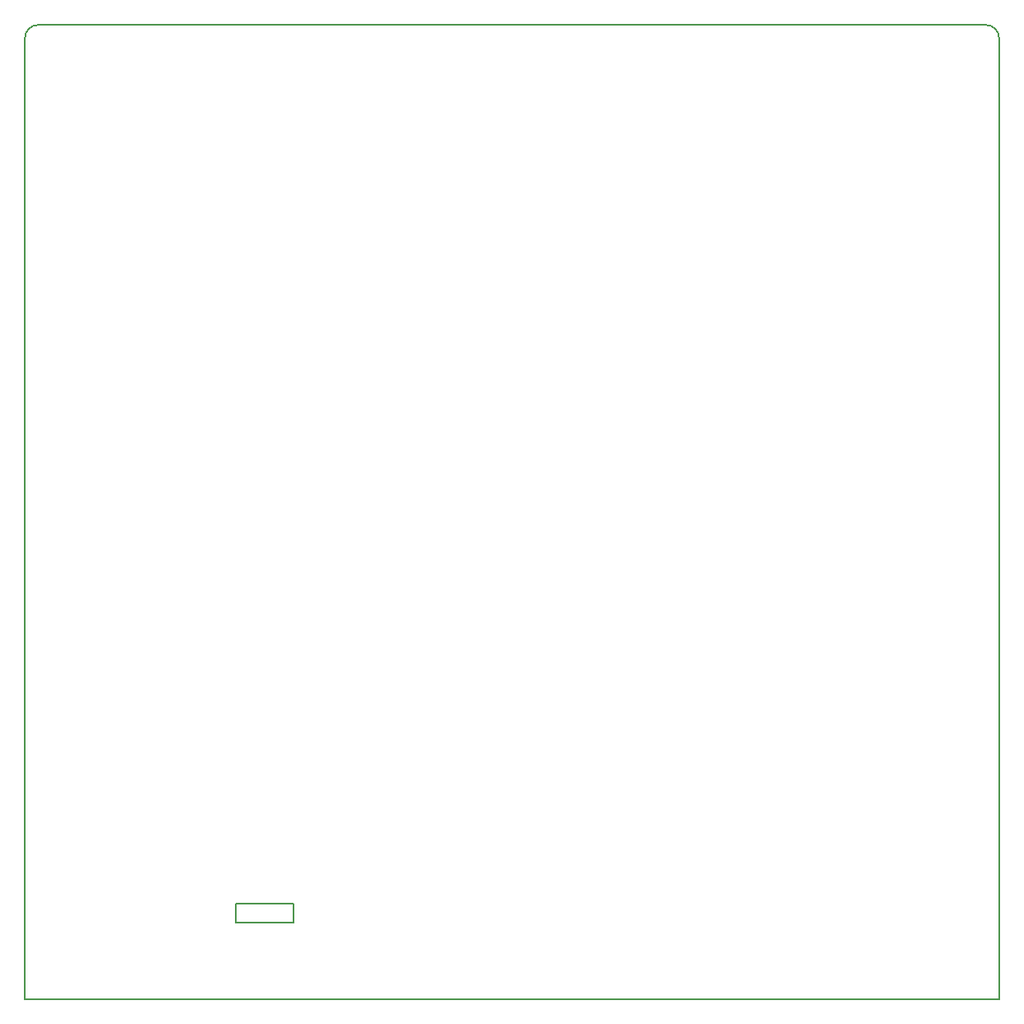
<source format=gm1>
G04 #@! TF.GenerationSoftware,KiCad,Pcbnew,(5.1.8)-1*
G04 #@! TF.CreationDate,2024-04-07T02:56:49+02:00*
G04 #@! TF.ProjectId,BulkyMIDI-32 Input Switch FB2,42756c6b-794d-4494-9449-2d333220496e,rev?*
G04 #@! TF.SameCoordinates,Original*
G04 #@! TF.FileFunction,Profile,NP*
%FSLAX46Y46*%
G04 Gerber Fmt 4.6, Leading zero omitted, Abs format (unit mm)*
G04 Created by KiCad (PCBNEW (5.1.8)-1) date 2024-04-07 02:56:49*
%MOMM*%
%LPD*%
G01*
G04 APERTURE LIST*
G04 #@! TA.AperFunction,Profile*
%ADD10C,0.150000*%
G04 #@! TD*
G04 APERTURE END LIST*
D10*
X91775000Y-146808000D02*
X91775000Y-144803000D01*
X91775000Y-146808000D02*
X97775000Y-146808000D01*
X97775000Y-144803000D02*
X97775000Y-146808000D01*
X91775000Y-144803000D02*
X97775000Y-144803000D01*
X112268000Y-154610000D02*
X170180000Y-154610000D01*
X112268000Y-154610000D02*
X76200000Y-154610000D01*
X163830000Y-54610000D02*
X168910000Y-54610000D01*
X70180000Y-154610000D02*
X76200000Y-154610000D01*
X170180000Y-55880000D02*
X170180000Y-154610000D01*
X70180000Y-154610000D02*
X70180000Y-55880000D01*
X163830000Y-54610000D02*
X71450000Y-54610000D01*
X71450000Y-54610000D02*
G75*
G03*
X70180000Y-55880000I0J-1270000D01*
G01*
X170180000Y-55880000D02*
G75*
G03*
X168910000Y-54610000I-1270000J0D01*
G01*
M02*

</source>
